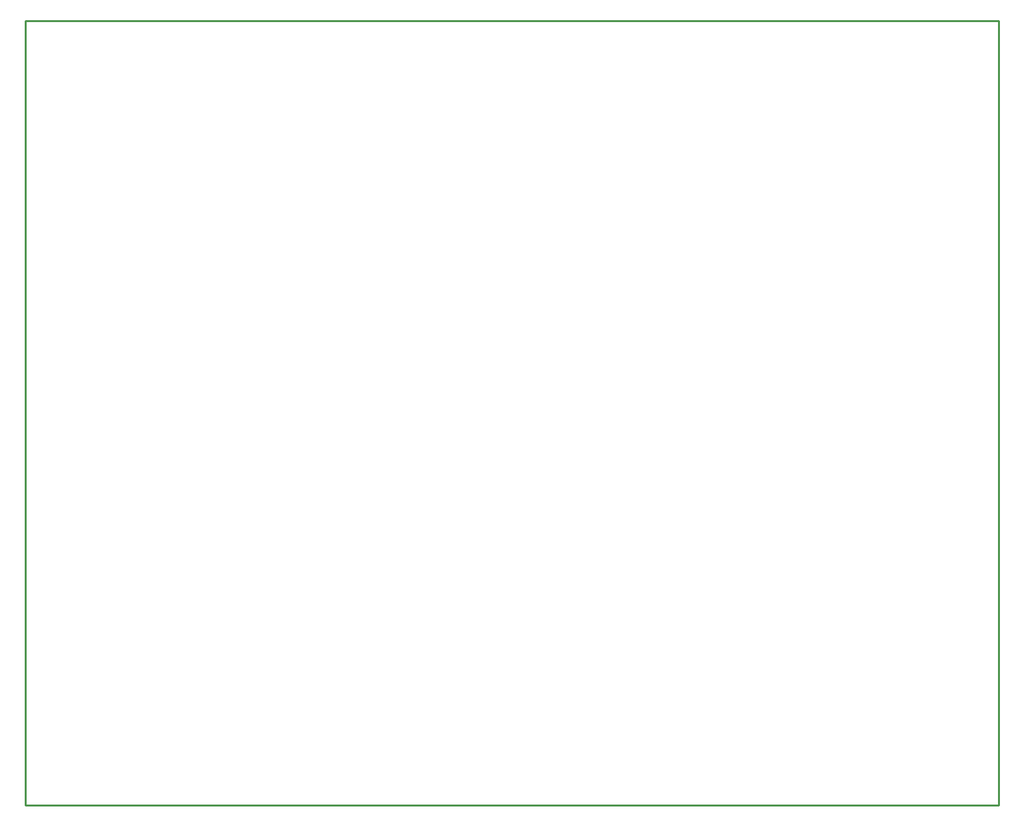
<source format=gko>
G04*
G04 #@! TF.GenerationSoftware,Altium Limited,Altium Designer,21.3.2 (30)*
G04*
G04 Layer_Color=16711935*
%FSLAX25Y25*%
%MOIN*%
G70*
G04*
G04 #@! TF.SameCoordinates,223A028E-27ED-44F5-9DF7-BD247C2F6700*
G04*
G04*
G04 #@! TF.FilePolarity,Positive*
G04*
G01*
G75*
%ADD13C,0.01000*%
D13*
X0Y0D02*
Y402500D01*
Y-0D02*
X499000Y0D01*
Y402500D01*
X0D02*
X499000D01*
M02*

</source>
